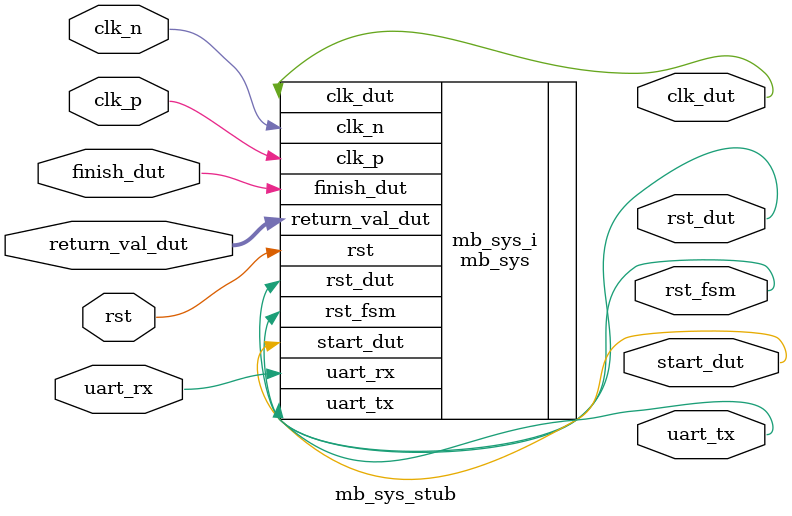
<source format=v>

module mb_sys_stub
  (
    rst,
    clk_p,
    clk_n,
    uart_rx,
    uart_tx,
    return_val_dut,
    start_dut,
    clk_dut,
    finish_dut,
    rst_dut,
    rst_fsm
  );
  input rst;
  input clk_p;
  input clk_n;
  input uart_rx;
  output uart_tx;
  input [31:0] return_val_dut;
  output start_dut;
  output clk_dut;
  input finish_dut;
  output rst_dut;
  output rst_fsm;

  (* BOX_TYPE = "user_black_box" *)
  mb_sys
    mb_sys_i (
      .rst ( rst ),
      .clk_p ( clk_p ),
      .clk_n ( clk_n ),
      .uart_rx ( uart_rx ),
      .uart_tx ( uart_tx ),
      .return_val_dut ( return_val_dut ),
      .start_dut ( start_dut ),
      .clk_dut ( clk_dut ),
      .finish_dut ( finish_dut ),
      .rst_dut ( rst_dut ),
      .rst_fsm ( rst_fsm )
    );

endmodule


</source>
